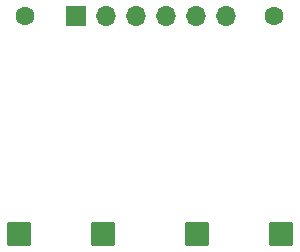
<source format=gbr>
%TF.GenerationSoftware,KiCad,Pcbnew,8.0.2-8.0.2-0~ubuntu22.04.1*%
%TF.CreationDate,2024-05-15T17:42:07+09:00*%
%TF.ProjectId,sensor_emitter_board,73656e73-6f72-45f6-956d-69747465725f,rev?*%
%TF.SameCoordinates,Original*%
%TF.FileFunction,Soldermask,Bot*%
%TF.FilePolarity,Negative*%
%FSLAX46Y46*%
G04 Gerber Fmt 4.6, Leading zero omitted, Abs format (unit mm)*
G04 Created by KiCad (PCBNEW 8.0.2-8.0.2-0~ubuntu22.04.1) date 2024-05-15 17:42:07*
%MOMM*%
%LPD*%
G01*
G04 APERTURE LIST*
G04 Aperture macros list*
%AMRoundRect*
0 Rectangle with rounded corners*
0 $1 Rounding radius*
0 $2 $3 $4 $5 $6 $7 $8 $9 X,Y pos of 4 corners*
0 Add a 4 corners polygon primitive as box body*
4,1,4,$2,$3,$4,$5,$6,$7,$8,$9,$2,$3,0*
0 Add four circle primitives for the rounded corners*
1,1,$1+$1,$2,$3*
1,1,$1+$1,$4,$5*
1,1,$1+$1,$6,$7*
1,1,$1+$1,$8,$9*
0 Add four rect primitives between the rounded corners*
20,1,$1+$1,$2,$3,$4,$5,0*
20,1,$1+$1,$4,$5,$6,$7,0*
20,1,$1+$1,$6,$7,$8,$9,0*
20,1,$1+$1,$8,$9,$2,$3,0*%
G04 Aperture macros list end*
%ADD10C,1.600000*%
%ADD11R,1.700000X1.700000*%
%ADD12O,1.700000X1.700000*%
%ADD13RoundRect,0.102000X-0.875000X-0.900000X0.875000X-0.900000X0.875000X0.900000X-0.875000X0.900000X0*%
%ADD14RoundRect,0.102000X0.875000X0.900000X-0.875000X0.900000X-0.875000X-0.900000X0.875000X-0.900000X0*%
G04 APERTURE END LIST*
D10*
%TO.C,H3*%
X94000000Y-87500000D03*
%TD*%
D11*
%TO.C,J2*%
X98300000Y-87500000D03*
D12*
X100840000Y-87500000D03*
X103380000Y-87500000D03*
X105920000Y-87500000D03*
X108460000Y-87500000D03*
X111000000Y-87500000D03*
%TD*%
D10*
%TO.C,H4*%
X115000000Y-87500000D03*
%TD*%
D13*
%TO.C,D9*%
X115650000Y-105970000D03*
X108500000Y-105970000D03*
%TD*%
D14*
%TO.C,D10*%
X93425000Y-105970000D03*
X100575000Y-105970000D03*
%TD*%
M02*

</source>
